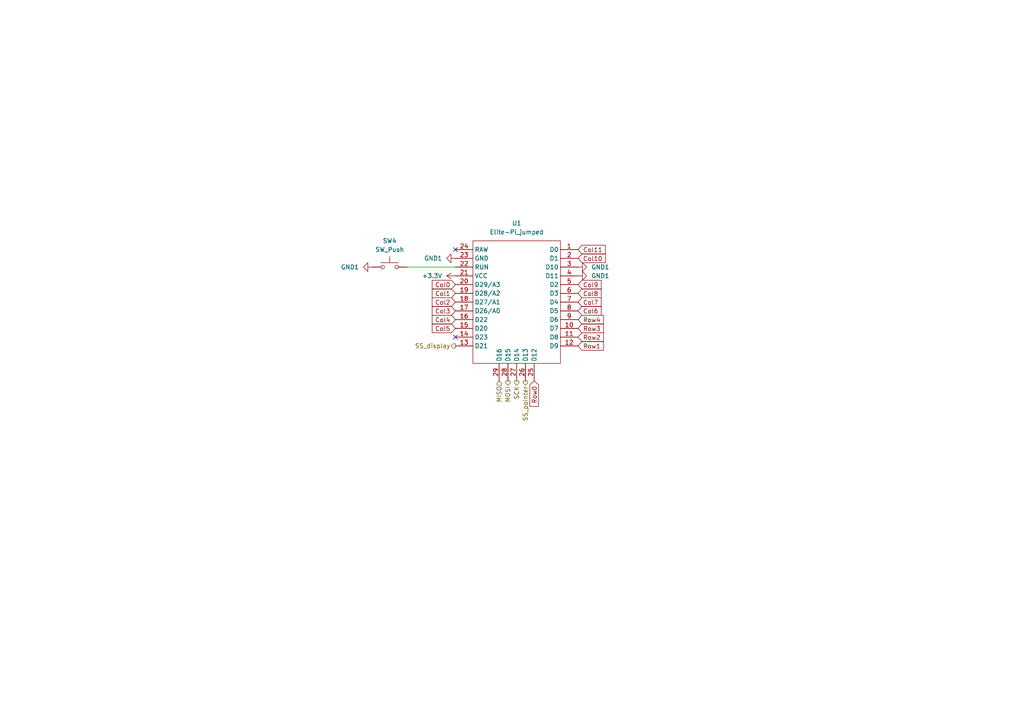
<source format=kicad_sch>
(kicad_sch (version 20231120) (generator "eeschema") (generator_version "8.0")
  (paper "A4")
  (lib_symbols
    (symbol "Switch:SW_Push" (pin_numbers hide) (pin_names (offset 1.016) hide)
      (property "Reference" "SW" (at 1.27 2.54 0))
      (property "Value" "SW_Push" (at 0 -1.524 0))
      (symbol "SW_Push_0_1"
        (circle (center -2.032 0) (radius 0.508))
        (polyline (pts (xy 0 1.27) (xy 0 3.048)))
        (polyline (pts (xy 2.54 1.27) (xy -2.54 1.27)))
        (circle (center 2.032 0) (radius 0.508))
        (pin passive line (at -5.08 0 0) (length 2.54) (name "1") (number "1"))
        (pin passive line (at 5.08 0 180) (length 2.54) (name "2") (number "2"))
      )
    )
    (symbol "keebio:Elite-Pi_jumped"
      (property "Reference" "U" (at 0 0 0))
      (property "Value" "Elite-Pi_jumped" (at 0 19.05 0))
      (symbol "Elite-Pi_jumped_0_1"
        (rectangle (start -12.7 17.78) (end 12.7 -17.78))
      )
      (symbol "Elite-Pi_jumped_1_1"
        (pin input line (at -17.78 15.24 0) (length 5.08) (name "D0") (number "1"))
        (pin input line (at -17.78 -7.62 0) (length 5.08) (name "D7") (number "10"))
        (pin input line (at -17.78 -10.16 0) (length 5.08) (name "D8") (number "11"))
        (pin input line (at -17.78 -12.7 0) (length 5.08) (name "D9") (number "12"))
        (pin input line (at 17.78 -12.7 180) (length 5.08) (name "D21") (number "13"))
        (pin input line (at 17.78 -10.16 180) (length 5.08) (name "D23") (number "14"))
        (pin input line (at 17.78 -7.62 180) (length 5.08) (name "D20") (number "15"))
        (pin input line (at 17.78 -5.08 180) (length 5.08) (name "D22") (number "16"))
        (pin input line (at 17.78 -2.54 180) (length 5.08) (name "D26/A0") (number "17"))
        (pin input line (at 17.78 0 180) (length 5.08) (name "D27/A1") (number "18"))
        (pin input line (at 17.78 2.54 180) (length 5.08) (name "D28/A2") (number "19"))
        (pin input line (at -17.78 12.7 0) (length 5.08) (name "D1") (number "2"))
        (pin input line (at 17.78 5.08 180) (length 5.08) (name "D29/A3") (number "20"))
        (pin input line (at 17.78 7.62 180) (length 5.08) (name "VCC") (number "21"))
        (pin input line (at 17.78 10.16 180) (length 5.08) (name "RUN") (number "22"))
        (pin input line (at 17.78 12.7 180) (length 5.08) (name "GND") (number "23"))
        (pin input line (at 17.78 15.24 180) (length 5.08) (name "RAW") (number "24"))
        (pin input line (at -5.08 -22.86 90) (length 5.08) (name "D12") (number "25"))
        (pin input line (at -2.54 -22.86 90) (length 5.08) (name "D13") (number "26"))
        (pin input line (at 0 -22.86 90) (length 5.08) (name "D14") (number "27"))
        (pin input line (at 2.54 -22.86 90) (length 5.08) (name "D15") (number "28"))
        (pin input line (at 5.08 -22.86 90) (length 5.08) (name "D16") (number "29"))
        (pin input line (at -17.78 10.16 0) (length 5.08) (name "D10") (number "3"))
        (pin input line (at -17.78 7.62 0) (length 5.08) (name "D11") (number "4"))
        (pin input line (at -17.78 5.08 0) (length 5.08) (name "D2") (number "5"))
        (pin input line (at -17.78 2.54 0) (length 5.08) (name "D3") (number "6"))
        (pin input line (at -17.78 0 0) (length 5.08) (name "D4") (number "7"))
        (pin input line (at -17.78 -2.54 0) (length 5.08) (name "D5") (number "8"))
        (pin input line (at -17.78 -5.08 0) (length 5.08) (name "D6") (number "9"))
      )
    )
    (symbol "power:+3.3V" (power) (pin_names (offset 0))
      (property "Value" "+3.3V" (at 0 3.556 0))
      (symbol "+3.3V_0_1"
        (polyline (pts (xy -0.762 1.27) (xy 0 2.54)))
        (polyline (pts (xy 0 0) (xy 0 2.54)))
        (polyline (pts (xy 0 2.54) (xy 0.762 1.27)))
      )
      (symbol "+3.3V_1_1"
        (pin power_in line (at 0 0 90) (length 0) hide (name "+3.3V") (number "1"))
      )
    )
    (symbol "power:GND1" (power) (pin_names (offset 0))
      (property "Value" "GND1" (at 0 -3.81 0))
      (symbol "GND1_0_1"
        (polyline (pts (xy 0 0) (xy 0 -1.27) (xy 1.27 -1.27) (xy 0 -2.54) (xy -1.27 -1.27) (xy 0 -1.27)))
      )
      (symbol "GND1_1_1"
        (pin power_in line (at 0 0 270) (length 0) hide (name "GND1") (number "1"))
      )
    )
  )
  (no_connect (at 132.08 72.39))
  (no_connect (at 132.08 97.79))
  (wire (pts (xy 118.11 77.47) (xy 132.08 77.47)))
  (global_label "Col4" (shape input) (at 132.08 92.71 180) (property "Intersheetrefs" "${INTERSHEET_REFS}" (effects (hide yes))))
  (global_label "Col10" (shape input) (at 167.64 74.93 0) (property "Intersheetrefs" "${INTERSHEET_REFS}" (effects (hide yes))))
  (global_label "Col0" (shape input) (at 132.08 82.55 180) (property "Intersheetrefs" "${INTERSHEET_REFS}" (effects (hide yes))))
  (global_label "Row2" (shape input) (at 167.64 97.79 0) (property "Intersheetrefs" "${INTERSHEET_REFS}" (effects (hide yes))))
  (global_label "Col7" (shape input) (at 167.64 87.63 0) (property "Intersheetrefs" "${INTERSHEET_REFS}" (effects (hide yes))))
  (global_label "Col2" (shape input) (at 132.08 87.63 180) (property "Intersheetrefs" "${INTERSHEET_REFS}" (effects (hide yes))))
  (global_label "Row4" (shape input) (at 167.64 92.71 0) (property "Intersheetrefs" "${INTERSHEET_REFS}" (effects (hide yes))))
  (global_label "Col1" (shape input) (at 132.08 85.09 180) (property "Intersheetrefs" "${INTERSHEET_REFS}" (effects (hide yes))))
  (global_label "Row1" (shape input) (at 167.64 100.33 0) (property "Intersheetrefs" "${INTERSHEET_REFS}" (effects (hide yes))))
  (global_label "Row0" (shape input) (at 154.94 110.49 270) (property "Intersheetrefs" "${INTERSHEET_REFS}" (effects (hide yes))))
  (global_label "Row3" (shape input) (at 167.64 95.25 0) (property "Intersheetrefs" "${INTERSHEET_REFS}" (effects (hide yes))))
  (global_label "Col5" (shape input) (at 132.08 95.25 180) (property "Intersheetrefs" "${INTERSHEET_REFS}" (effects (hide yes))))
  (global_label "Col3" (shape input) (at 132.08 90.17 180) (property "Intersheetrefs" "${INTERSHEET_REFS}" (effects (hide yes))))
  (global_label "Col9" (shape input) (at 167.64 82.55 0) (property "Intersheetrefs" "${INTERSHEET_REFS}" (effects (hide yes))))
  (global_label "Col11" (shape input) (at 167.64 72.39 0) (property "Intersheetrefs" "${INTERSHEET_REFS}" (effects (hide yes))))
  (global_label "Col8" (shape input) (at 167.64 85.09 0) (property "Intersheetrefs" "${INTERSHEET_REFS}" (effects (hide yes))))
  (global_label "Col6" (shape input) (at 167.64 90.17 0) (property "Intersheetrefs" "${INTERSHEET_REFS}" (effects (hide yes))))
  (hierarchical_label "SS_display" (shape output) (at 132.08 100.33 180))
  (hierarchical_label "MOSI" (shape output) (at 147.32 110.49 270))
  (hierarchical_label "MISO" (shape input) (at 144.78 110.49 270))
  (hierarchical_label "SCK" (shape output) (at 149.86 110.49 270))
  (hierarchical_label "SS_pointer" (shape output) (at 152.4 110.49 270))
  (symbol (lib_id "power:GND1") (at 132.08 74.93 270) (mirror x) (unit 1)
    (property "Reference" "#PWR0109" (effects (hide yes)))
    (property "Value" "GND1" (at 128.27 74.93 90) (effects (justify right)))
  )
  (symbol (lib_id "keebio:Elite-Pi_jumped") (at 149.86 87.63 0) (mirror y) (unit 1)
    (property "Reference" "U1" (at 149.86 64.77 0))
    (property "Value" "Elite-Pi_jumped" (at 149.86 67.31 0))
    (property "Footprint" "Keebio-Parts:Elite-Pi" (effects (hide yes)))
  )
  (symbol (lib_id "Switch:SW_Push") (at 113.03 77.47 0) (mirror y) (unit 1)
    (property "Reference" "SW4" (at 113.03 69.85 0))
    (property "Value" "SW_Push" (at 113.03 72.39 0))
    (property "Footprint" "Button_Switch_SMD:SW_SPST_B3U-1000P" (effects (hide yes)))
    (property "Description" "Push button switch, generic, two pins" (effects (hide yes)))
  )
  (symbol (lib_id "power:+3.3V") (at 132.08 80.01 90) (mirror x) (unit 1)
    (property "Reference" "#PWR05" (effects (hide yes)))
    (property "Value" "+3.3V" (at 128.27 80.01 90) (effects (justify left)))
  )
  (symbol (lib_id "power:GND1") (at 167.64 77.47 90) (mirror x) (unit 1)
    (property "Reference" "#PWR06" (effects (hide yes)))
    (property "Value" "GND1" (at 171.45 77.4699 90) (effects (justify right)))
  )
  (symbol (lib_id "power:GND1") (at 107.95 77.47 270) (mirror x) (unit 1)
    (property "Reference" "#PWR08" (effects (hide yes)))
    (property "Value" "GND1" (at 104.14 77.47 90) (effects (justify right)))
  )
  (symbol (lib_id "power:GND1") (at 167.64 80.01 90) (mirror x) (unit 1)
    (property "Reference" "#PWR07" (effects (hide yes)))
    (property "Value" "GND1" (at 171.45 80.0099 90) (effects (justify right)))
  )
)
</source>
